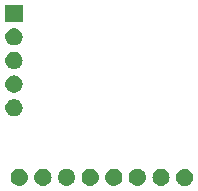
<source format=gbr>
G04 #@! TF.GenerationSoftware,KiCad,Pcbnew,(5.1.4-0-10_14)*
G04 #@! TF.CreationDate,2019-10-28T18:43:38+01:00*
G04 #@! TF.ProjectId,328RFStamp,33323852-4653-4746-916d-702e6b696361,rev?*
G04 #@! TF.SameCoordinates,Original*
G04 #@! TF.FileFunction,Soldermask,Bot*
G04 #@! TF.FilePolarity,Negative*
%FSLAX46Y46*%
G04 Gerber Fmt 4.6, Leading zero omitted, Abs format (unit mm)*
G04 Created by KiCad (PCBNEW (5.1.4-0-10_14)) date 2019-10-28 18:43:38*
%MOMM*%
%LPD*%
G04 APERTURE LIST*
%ADD10C,0.100000*%
G04 APERTURE END LIST*
D10*
G36*
X53780366Y-62039899D02*
G01*
X53912488Y-62094626D01*
X53912490Y-62094627D01*
X54031398Y-62174079D01*
X54132521Y-62275202D01*
X54132522Y-62275204D01*
X54211974Y-62394112D01*
X54266701Y-62526234D01*
X54294600Y-62666494D01*
X54294600Y-62809506D01*
X54266701Y-62949766D01*
X54238780Y-63017172D01*
X54211973Y-63081890D01*
X54132521Y-63200798D01*
X54031398Y-63301921D01*
X53912490Y-63381373D01*
X53912489Y-63381374D01*
X53912488Y-63381374D01*
X53780366Y-63436101D01*
X53640106Y-63464000D01*
X53497094Y-63464000D01*
X53356834Y-63436101D01*
X53224712Y-63381374D01*
X53224711Y-63381374D01*
X53224710Y-63381373D01*
X53105802Y-63301921D01*
X53004679Y-63200798D01*
X52925227Y-63081890D01*
X52898420Y-63017172D01*
X52870499Y-62949766D01*
X52842600Y-62809506D01*
X52842600Y-62666494D01*
X52870499Y-62526234D01*
X52925226Y-62394112D01*
X53004678Y-62275204D01*
X53004679Y-62275202D01*
X53105802Y-62174079D01*
X53224710Y-62094627D01*
X53224712Y-62094626D01*
X53356834Y-62039899D01*
X53497094Y-62012000D01*
X53640106Y-62012000D01*
X53780366Y-62039899D01*
X53780366Y-62039899D01*
G37*
G36*
X51639813Y-62015502D02*
G01*
X51710921Y-62022505D01*
X51847772Y-62064019D01*
X51847775Y-62064020D01*
X51973894Y-62131432D01*
X52084443Y-62222157D01*
X52175168Y-62332706D01*
X52242580Y-62458825D01*
X52242581Y-62458828D01*
X52284095Y-62595679D01*
X52298112Y-62738000D01*
X52284095Y-62880321D01*
X52242581Y-63017172D01*
X52242580Y-63017175D01*
X52175168Y-63143294D01*
X52084443Y-63253843D01*
X51973894Y-63344568D01*
X51847775Y-63411980D01*
X51847772Y-63411981D01*
X51710921Y-63453495D01*
X51639813Y-63460498D01*
X51604260Y-63464000D01*
X51532940Y-63464000D01*
X51497387Y-63460498D01*
X51426279Y-63453495D01*
X51289428Y-63411981D01*
X51289425Y-63411980D01*
X51163306Y-63344568D01*
X51052757Y-63253843D01*
X50962032Y-63143294D01*
X50894620Y-63017175D01*
X50894619Y-63017172D01*
X50853105Y-62880321D01*
X50839088Y-62738000D01*
X50853105Y-62595679D01*
X50894619Y-62458828D01*
X50894620Y-62458825D01*
X50962032Y-62332706D01*
X51052757Y-62222157D01*
X51163306Y-62131432D01*
X51289425Y-62064020D01*
X51289428Y-62064019D01*
X51426279Y-62022505D01*
X51497387Y-62015502D01*
X51532940Y-62012000D01*
X51604260Y-62012000D01*
X51639813Y-62015502D01*
X51639813Y-62015502D01*
G37*
G36*
X49639813Y-62015502D02*
G01*
X49710921Y-62022505D01*
X49847772Y-62064019D01*
X49847775Y-62064020D01*
X49973894Y-62131432D01*
X50084443Y-62222157D01*
X50175168Y-62332706D01*
X50242580Y-62458825D01*
X50242581Y-62458828D01*
X50284095Y-62595679D01*
X50298112Y-62738000D01*
X50284095Y-62880321D01*
X50242581Y-63017172D01*
X50242580Y-63017175D01*
X50175168Y-63143294D01*
X50084443Y-63253843D01*
X49973894Y-63344568D01*
X49847775Y-63411980D01*
X49847772Y-63411981D01*
X49710921Y-63453495D01*
X49639813Y-63460498D01*
X49604260Y-63464000D01*
X49532940Y-63464000D01*
X49497387Y-63460498D01*
X49426279Y-63453495D01*
X49289428Y-63411981D01*
X49289425Y-63411980D01*
X49163306Y-63344568D01*
X49052757Y-63253843D01*
X48962032Y-63143294D01*
X48894620Y-63017175D01*
X48894619Y-63017172D01*
X48853105Y-62880321D01*
X48839088Y-62738000D01*
X48853105Y-62595679D01*
X48894619Y-62458828D01*
X48894620Y-62458825D01*
X48962032Y-62332706D01*
X49052757Y-62222157D01*
X49163306Y-62131432D01*
X49289425Y-62064020D01*
X49289428Y-62064019D01*
X49426279Y-62022505D01*
X49497387Y-62015502D01*
X49532940Y-62012000D01*
X49604260Y-62012000D01*
X49639813Y-62015502D01*
X49639813Y-62015502D01*
G37*
G36*
X47639813Y-62015502D02*
G01*
X47710921Y-62022505D01*
X47847772Y-62064019D01*
X47847775Y-62064020D01*
X47973894Y-62131432D01*
X48084443Y-62222157D01*
X48175168Y-62332706D01*
X48242580Y-62458825D01*
X48242581Y-62458828D01*
X48284095Y-62595679D01*
X48298112Y-62738000D01*
X48284095Y-62880321D01*
X48242581Y-63017172D01*
X48242580Y-63017175D01*
X48175168Y-63143294D01*
X48084443Y-63253843D01*
X47973894Y-63344568D01*
X47847775Y-63411980D01*
X47847772Y-63411981D01*
X47710921Y-63453495D01*
X47639813Y-63460498D01*
X47604260Y-63464000D01*
X47532940Y-63464000D01*
X47497387Y-63460498D01*
X47426279Y-63453495D01*
X47289428Y-63411981D01*
X47289425Y-63411980D01*
X47163306Y-63344568D01*
X47052757Y-63253843D01*
X46962032Y-63143294D01*
X46894620Y-63017175D01*
X46894619Y-63017172D01*
X46853105Y-62880321D01*
X46839088Y-62738000D01*
X46853105Y-62595679D01*
X46894619Y-62458828D01*
X46894620Y-62458825D01*
X46962032Y-62332706D01*
X47052757Y-62222157D01*
X47163306Y-62131432D01*
X47289425Y-62064020D01*
X47289428Y-62064019D01*
X47426279Y-62022505D01*
X47497387Y-62015502D01*
X47532940Y-62012000D01*
X47604260Y-62012000D01*
X47639813Y-62015502D01*
X47639813Y-62015502D01*
G37*
G36*
X45639813Y-62015502D02*
G01*
X45710921Y-62022505D01*
X45847772Y-62064019D01*
X45847775Y-62064020D01*
X45973894Y-62131432D01*
X46084443Y-62222157D01*
X46175168Y-62332706D01*
X46242580Y-62458825D01*
X46242581Y-62458828D01*
X46284095Y-62595679D01*
X46298112Y-62738000D01*
X46284095Y-62880321D01*
X46242581Y-63017172D01*
X46242580Y-63017175D01*
X46175168Y-63143294D01*
X46084443Y-63253843D01*
X45973894Y-63344568D01*
X45847775Y-63411980D01*
X45847772Y-63411981D01*
X45710921Y-63453495D01*
X45639813Y-63460498D01*
X45604260Y-63464000D01*
X45532940Y-63464000D01*
X45497387Y-63460498D01*
X45426279Y-63453495D01*
X45289428Y-63411981D01*
X45289425Y-63411980D01*
X45163306Y-63344568D01*
X45052757Y-63253843D01*
X44962032Y-63143294D01*
X44894620Y-63017175D01*
X44894619Y-63017172D01*
X44853105Y-62880321D01*
X44839088Y-62738000D01*
X44853105Y-62595679D01*
X44894619Y-62458828D01*
X44894620Y-62458825D01*
X44962032Y-62332706D01*
X45052757Y-62222157D01*
X45163306Y-62131432D01*
X45289425Y-62064020D01*
X45289428Y-62064019D01*
X45426279Y-62022505D01*
X45497387Y-62015502D01*
X45532940Y-62012000D01*
X45604260Y-62012000D01*
X45639813Y-62015502D01*
X45639813Y-62015502D01*
G37*
G36*
X43639813Y-62015502D02*
G01*
X43710921Y-62022505D01*
X43847772Y-62064019D01*
X43847775Y-62064020D01*
X43973894Y-62131432D01*
X44084443Y-62222157D01*
X44175168Y-62332706D01*
X44242580Y-62458825D01*
X44242581Y-62458828D01*
X44284095Y-62595679D01*
X44298112Y-62738000D01*
X44284095Y-62880321D01*
X44242581Y-63017172D01*
X44242580Y-63017175D01*
X44175168Y-63143294D01*
X44084443Y-63253843D01*
X43973894Y-63344568D01*
X43847775Y-63411980D01*
X43847772Y-63411981D01*
X43710921Y-63453495D01*
X43639813Y-63460498D01*
X43604260Y-63464000D01*
X43532940Y-63464000D01*
X43497387Y-63460498D01*
X43426279Y-63453495D01*
X43289428Y-63411981D01*
X43289425Y-63411980D01*
X43163306Y-63344568D01*
X43052757Y-63253843D01*
X42962032Y-63143294D01*
X42894620Y-63017175D01*
X42894619Y-63017172D01*
X42853105Y-62880321D01*
X42839088Y-62738000D01*
X42853105Y-62595679D01*
X42894619Y-62458828D01*
X42894620Y-62458825D01*
X42962032Y-62332706D01*
X43052757Y-62222157D01*
X43163306Y-62131432D01*
X43289425Y-62064020D01*
X43289428Y-62064019D01*
X43426279Y-62022505D01*
X43497387Y-62015502D01*
X43532940Y-62012000D01*
X43604260Y-62012000D01*
X43639813Y-62015502D01*
X43639813Y-62015502D01*
G37*
G36*
X41639813Y-62015502D02*
G01*
X41710921Y-62022505D01*
X41847772Y-62064019D01*
X41847775Y-62064020D01*
X41973894Y-62131432D01*
X42084443Y-62222157D01*
X42175168Y-62332706D01*
X42242580Y-62458825D01*
X42242581Y-62458828D01*
X42284095Y-62595679D01*
X42298112Y-62738000D01*
X42284095Y-62880321D01*
X42242581Y-63017172D01*
X42242580Y-63017175D01*
X42175168Y-63143294D01*
X42084443Y-63253843D01*
X41973894Y-63344568D01*
X41847775Y-63411980D01*
X41847772Y-63411981D01*
X41710921Y-63453495D01*
X41639813Y-63460498D01*
X41604260Y-63464000D01*
X41532940Y-63464000D01*
X41497387Y-63460498D01*
X41426279Y-63453495D01*
X41289428Y-63411981D01*
X41289425Y-63411980D01*
X41163306Y-63344568D01*
X41052757Y-63253843D01*
X40962032Y-63143294D01*
X40894620Y-63017175D01*
X40894619Y-63017172D01*
X40853105Y-62880321D01*
X40839088Y-62738000D01*
X40853105Y-62595679D01*
X40894619Y-62458828D01*
X40894620Y-62458825D01*
X40962032Y-62332706D01*
X41052757Y-62222157D01*
X41163306Y-62131432D01*
X41289425Y-62064020D01*
X41289428Y-62064019D01*
X41426279Y-62022505D01*
X41497387Y-62015502D01*
X41532940Y-62012000D01*
X41604260Y-62012000D01*
X41639813Y-62015502D01*
X41639813Y-62015502D01*
G37*
G36*
X39639813Y-62015502D02*
G01*
X39710921Y-62022505D01*
X39847772Y-62064019D01*
X39847775Y-62064020D01*
X39973894Y-62131432D01*
X40084443Y-62222157D01*
X40175168Y-62332706D01*
X40242580Y-62458825D01*
X40242581Y-62458828D01*
X40284095Y-62595679D01*
X40298112Y-62738000D01*
X40284095Y-62880321D01*
X40242581Y-63017172D01*
X40242580Y-63017175D01*
X40175168Y-63143294D01*
X40084443Y-63253843D01*
X39973894Y-63344568D01*
X39847775Y-63411980D01*
X39847772Y-63411981D01*
X39710921Y-63453495D01*
X39639813Y-63460498D01*
X39604260Y-63464000D01*
X39532940Y-63464000D01*
X39497387Y-63460498D01*
X39426279Y-63453495D01*
X39289428Y-63411981D01*
X39289425Y-63411980D01*
X39163306Y-63344568D01*
X39052757Y-63253843D01*
X38962032Y-63143294D01*
X38894620Y-63017175D01*
X38894619Y-63017172D01*
X38853105Y-62880321D01*
X38839088Y-62738000D01*
X38853105Y-62595679D01*
X38894619Y-62458828D01*
X38894620Y-62458825D01*
X38962032Y-62332706D01*
X39052757Y-62222157D01*
X39163306Y-62131432D01*
X39289425Y-62064020D01*
X39289428Y-62064019D01*
X39426279Y-62022505D01*
X39497387Y-62015502D01*
X39532940Y-62012000D01*
X39604260Y-62012000D01*
X39639813Y-62015502D01*
X39639813Y-62015502D01*
G37*
G36*
X39187213Y-56121702D02*
G01*
X39258321Y-56128705D01*
X39395172Y-56170219D01*
X39395175Y-56170220D01*
X39521294Y-56237632D01*
X39631843Y-56328357D01*
X39722568Y-56438906D01*
X39789980Y-56565025D01*
X39789981Y-56565028D01*
X39831495Y-56701879D01*
X39845512Y-56844200D01*
X39831495Y-56986521D01*
X39789981Y-57123372D01*
X39789980Y-57123375D01*
X39722568Y-57249494D01*
X39631843Y-57360043D01*
X39521294Y-57450768D01*
X39395175Y-57518180D01*
X39395172Y-57518181D01*
X39258321Y-57559695D01*
X39187213Y-57566698D01*
X39151660Y-57570200D01*
X39080340Y-57570200D01*
X39044787Y-57566698D01*
X38973679Y-57559695D01*
X38836828Y-57518181D01*
X38836825Y-57518180D01*
X38710706Y-57450768D01*
X38600157Y-57360043D01*
X38509432Y-57249494D01*
X38442020Y-57123375D01*
X38442019Y-57123372D01*
X38400505Y-56986521D01*
X38386488Y-56844200D01*
X38400505Y-56701879D01*
X38442019Y-56565028D01*
X38442020Y-56565025D01*
X38509432Y-56438906D01*
X38600157Y-56328357D01*
X38710706Y-56237632D01*
X38836825Y-56170220D01*
X38836828Y-56170219D01*
X38973679Y-56128705D01*
X39044787Y-56121702D01*
X39080340Y-56118200D01*
X39151660Y-56118200D01*
X39187213Y-56121702D01*
X39187213Y-56121702D01*
G37*
G36*
X39187213Y-54121702D02*
G01*
X39258321Y-54128705D01*
X39395172Y-54170219D01*
X39395175Y-54170220D01*
X39521294Y-54237632D01*
X39631843Y-54328357D01*
X39722568Y-54438906D01*
X39789980Y-54565025D01*
X39789981Y-54565028D01*
X39831495Y-54701879D01*
X39845512Y-54844200D01*
X39831495Y-54986521D01*
X39789981Y-55123372D01*
X39789980Y-55123375D01*
X39722568Y-55249494D01*
X39631843Y-55360043D01*
X39521294Y-55450768D01*
X39395175Y-55518180D01*
X39395172Y-55518181D01*
X39258321Y-55559695D01*
X39187213Y-55566698D01*
X39151660Y-55570200D01*
X39080340Y-55570200D01*
X39044787Y-55566698D01*
X38973679Y-55559695D01*
X38836828Y-55518181D01*
X38836825Y-55518180D01*
X38710706Y-55450768D01*
X38600157Y-55360043D01*
X38509432Y-55249494D01*
X38442020Y-55123375D01*
X38442019Y-55123372D01*
X38400505Y-54986521D01*
X38386488Y-54844200D01*
X38400505Y-54701879D01*
X38442019Y-54565028D01*
X38442020Y-54565025D01*
X38509432Y-54438906D01*
X38600157Y-54328357D01*
X38710706Y-54237632D01*
X38836825Y-54170220D01*
X38836828Y-54170219D01*
X38973679Y-54128705D01*
X39044787Y-54121702D01*
X39080340Y-54118200D01*
X39151660Y-54118200D01*
X39187213Y-54121702D01*
X39187213Y-54121702D01*
G37*
G36*
X39187213Y-52121702D02*
G01*
X39258321Y-52128705D01*
X39395172Y-52170219D01*
X39395175Y-52170220D01*
X39521294Y-52237632D01*
X39631843Y-52328357D01*
X39722568Y-52438906D01*
X39789980Y-52565025D01*
X39789981Y-52565028D01*
X39831495Y-52701879D01*
X39845512Y-52844200D01*
X39831495Y-52986521D01*
X39789981Y-53123372D01*
X39789980Y-53123375D01*
X39722568Y-53249494D01*
X39631843Y-53360043D01*
X39521294Y-53450768D01*
X39395175Y-53518180D01*
X39395172Y-53518181D01*
X39258321Y-53559695D01*
X39187213Y-53566698D01*
X39151660Y-53570200D01*
X39080340Y-53570200D01*
X39044787Y-53566698D01*
X38973679Y-53559695D01*
X38836828Y-53518181D01*
X38836825Y-53518180D01*
X38710706Y-53450768D01*
X38600157Y-53360043D01*
X38509432Y-53249494D01*
X38442020Y-53123375D01*
X38442019Y-53123372D01*
X38400505Y-52986521D01*
X38386488Y-52844200D01*
X38400505Y-52701879D01*
X38442019Y-52565028D01*
X38442020Y-52565025D01*
X38509432Y-52438906D01*
X38600157Y-52328357D01*
X38710706Y-52237632D01*
X38836825Y-52170220D01*
X38836828Y-52170219D01*
X38973679Y-52128705D01*
X39044787Y-52121702D01*
X39080340Y-52118200D01*
X39151660Y-52118200D01*
X39187213Y-52121702D01*
X39187213Y-52121702D01*
G37*
G36*
X39187213Y-50121702D02*
G01*
X39258321Y-50128705D01*
X39395172Y-50170219D01*
X39395175Y-50170220D01*
X39521294Y-50237632D01*
X39631843Y-50328357D01*
X39722568Y-50438906D01*
X39789980Y-50565025D01*
X39789981Y-50565028D01*
X39831495Y-50701879D01*
X39845512Y-50844200D01*
X39831495Y-50986521D01*
X39789981Y-51123372D01*
X39789980Y-51123375D01*
X39722568Y-51249494D01*
X39631843Y-51360043D01*
X39521294Y-51450768D01*
X39395175Y-51518180D01*
X39395172Y-51518181D01*
X39258321Y-51559695D01*
X39187213Y-51566698D01*
X39151660Y-51570200D01*
X39080340Y-51570200D01*
X39044787Y-51566698D01*
X38973679Y-51559695D01*
X38836828Y-51518181D01*
X38836825Y-51518180D01*
X38710706Y-51450768D01*
X38600157Y-51360043D01*
X38509432Y-51249494D01*
X38442020Y-51123375D01*
X38442019Y-51123372D01*
X38400505Y-50986521D01*
X38386488Y-50844200D01*
X38400505Y-50701879D01*
X38442019Y-50565028D01*
X38442020Y-50565025D01*
X38509432Y-50438906D01*
X38600157Y-50328357D01*
X38710706Y-50237632D01*
X38836825Y-50170220D01*
X38836828Y-50170219D01*
X38973679Y-50128705D01*
X39044787Y-50121702D01*
X39080340Y-50118200D01*
X39151660Y-50118200D01*
X39187213Y-50121702D01*
X39187213Y-50121702D01*
G37*
G36*
X39842000Y-49570200D02*
G01*
X38390000Y-49570200D01*
X38390000Y-48118200D01*
X39842000Y-48118200D01*
X39842000Y-49570200D01*
X39842000Y-49570200D01*
G37*
M02*

</source>
